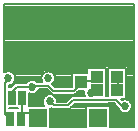
<source format=gbl>
G04 DipTrace Beta 2.3.5.2*
%INAmpWings.GBL*%
%MOIN*%
%ADD13C,0.006*%
%ADD14C,0.007*%
%ADD16R,0.063X0.063*%
%ADD17R,0.0433X0.0394*%
%ADD18R,0.025X0.05*%
%ADD22C,0.027*%
%FSLAX44Y44*%
G04*
G70*
G90*
G75*
G01*
%LNBottom*%
%LPD*%
X3160Y450D2*
D13*
X3170Y460D1*
X3240D1*
X4140Y850D2*
X4050D1*
X3830Y1070D1*
X2410D1*
X2220Y880D1*
X1770D1*
X1630Y1020D1*
X3870Y1380D2*
X3910D1*
Y1800D1*
X3870Y1840D1*
X714Y1140D2*
X700D1*
Y610D1*
X714D1*
Y386D1*
X670Y430D1*
X714Y610D2*
X1090D1*
X1240Y460D1*
X316Y430D2*
X300D1*
X140Y590D1*
Y1640D1*
X290Y1790D1*
X250D1*
X3201Y1380D2*
X3080D1*
X3000Y1300D1*
X1040Y1500D2*
X520D1*
X290Y1270D1*
Y1210D1*
X360Y1140D1*
X2680Y1670D2*
Y1700D1*
X3061D1*
X3201Y1840D1*
X2680Y1670D2*
Y1630D1*
X2420Y1370D1*
X1750D1*
X1580Y1540D1*
X1080D1*
X1040Y1500D1*
D22*
X3160Y450D3*
X250Y1790D3*
X2270Y280D3*
X1580Y1780D3*
X1040Y1500D3*
X4140Y850D3*
X1630Y1020D3*
X3770Y700D3*
X3000Y1300D3*
X1950Y1120D3*
X1050Y980D3*
X122Y4176D2*
D14*
X4438D1*
X122Y4108D2*
X4438D1*
X122Y4039D2*
X4438D1*
X122Y3970D2*
X4438D1*
X122Y3902D2*
X4438D1*
X122Y3833D2*
X4438D1*
X122Y3764D2*
X4438D1*
X122Y3695D2*
X4438D1*
X122Y3627D2*
X4438D1*
X122Y3558D2*
X4438D1*
X122Y3489D2*
X4438D1*
X122Y3421D2*
X4438D1*
X122Y3352D2*
X4438D1*
X122Y3283D2*
X4438D1*
X122Y3215D2*
X4438D1*
X122Y3146D2*
X4438D1*
X122Y3077D2*
X4438D1*
X122Y3009D2*
X4438D1*
X122Y2940D2*
X4438D1*
X122Y2871D2*
X4438D1*
X122Y2803D2*
X4438D1*
X122Y2734D2*
X4438D1*
X122Y2665D2*
X4438D1*
X122Y2596D2*
X4438D1*
X122Y2528D2*
X4438D1*
X122Y2459D2*
X4438D1*
X122Y2390D2*
X4438D1*
X122Y2322D2*
X4438D1*
X122Y2253D2*
X4438D1*
X122Y2184D2*
X4438D1*
X122Y2116D2*
X2879D1*
X3522D2*
X3550D1*
X4191D2*
X4438D1*
X122Y2047D2*
X2879D1*
X3522D2*
X3550D1*
X4191D2*
X4438D1*
X394Y1978D2*
X1452D1*
X1708D2*
X2879D1*
X3522D2*
X3550D1*
X4191D2*
X4438D1*
X456Y1910D2*
X1379D1*
X1781D2*
X2358D1*
X3522D2*
X3550D1*
X4191D2*
X4438D1*
X483Y1841D2*
X1349D1*
X1811D2*
X2358D1*
X3522D2*
X3550D1*
X4191D2*
X4438D1*
X489Y1772D2*
X1340D1*
X1820D2*
X2358D1*
X3522D2*
X3550D1*
X4191D2*
X4438D1*
X473Y1704D2*
X920D1*
X1159D2*
X1353D1*
X1807D2*
X2358D1*
X3522D2*
X3550D1*
X4191D2*
X4438D1*
X430Y1635D2*
X844D1*
X1769D2*
X2358D1*
X3522D2*
X3550D1*
X4191D2*
X4438D1*
X321Y1566D2*
X398D1*
X1741D2*
X2358D1*
X3522D2*
X3550D1*
X4191D2*
X4438D1*
X275Y1497D2*
X329D1*
X3522D2*
X3550D1*
X4191D2*
X4438D1*
X3522Y1429D2*
X3550D1*
X4191D2*
X4438D1*
X1233Y1360D2*
X1572D1*
X2598D2*
X2769D1*
X3522D2*
X3550D1*
X4191D2*
X4438D1*
X1150Y1291D2*
X1641D1*
X2529D2*
X2761D1*
X3522D2*
X3550D1*
X4191D2*
X4438D1*
X944Y1223D2*
X1509D1*
X1751D2*
X2774D1*
X3522D2*
X3550D1*
X4191D2*
X4438D1*
X944Y1154D2*
X1433D1*
X1828D2*
X2307D1*
X4191D2*
X4438D1*
X944Y1085D2*
X1399D1*
X1861D2*
X2238D1*
X4002D2*
X4438D1*
X944Y1017D2*
X1390D1*
X1869D2*
X2169D1*
X4309D2*
X4438D1*
X944Y948D2*
X1401D1*
X4358D2*
X4438D1*
X944Y879D2*
X1437D1*
X2407D2*
X3833D1*
X4378D2*
X4438D1*
X2338Y811D2*
X2820D1*
X3660D2*
X3902D1*
X4376D2*
X4438D1*
X1659Y742D2*
X2820D1*
X3660D2*
X3927D1*
X4353D2*
X4438D1*
X1659Y673D2*
X2820D1*
X3660D2*
X3982D1*
X4298D2*
X4438D1*
X1659Y605D2*
X2820D1*
X3660D2*
X4438D1*
X1659Y536D2*
X2820D1*
X3660D2*
X4438D1*
X1659Y467D2*
X2820D1*
X3660D2*
X4438D1*
X1659Y398D2*
X2820D1*
X3660D2*
X4438D1*
X1659Y330D2*
X2820D1*
X3660D2*
X4438D1*
X1659Y261D2*
X2820D1*
X3660D2*
X4438D1*
X1659Y192D2*
X2820D1*
X3660D2*
X4438D1*
X938Y873D2*
X1450D1*
X1419Y922D1*
X1407Y955D1*
X1399Y989D1*
X1397Y1024D1*
X1400Y1058D1*
X1409Y1092D1*
X1422Y1125D1*
X1440Y1155D1*
X1462Y1182D1*
X1489Y1205D1*
X1518Y1224D1*
X1550Y1238D1*
X1583Y1248D1*
X1618Y1252D1*
X1653D1*
X1687Y1246D1*
X1721Y1234D1*
X1752Y1219D1*
X1780Y1198D1*
X1805Y1174D1*
X1826Y1146D1*
X1843Y1115D1*
X1854Y1082D1*
X1861Y1048D1*
X1862Y1008D1*
X2167D1*
X2320Y1160D1*
X2347Y1181D1*
X2380Y1194D1*
X2410Y1198D1*
X2792D1*
X2777Y1235D1*
X2769Y1269D1*
X2767Y1304D1*
X2770Y1338D1*
X2780Y1375D1*
X2606D1*
X2510Y1280D1*
X2483Y1259D1*
X2450Y1246D1*
X2420Y1242D1*
X1750D1*
X1715Y1247D1*
X1683Y1261D1*
X1660Y1280D1*
X1527Y1412D1*
X1255D1*
X1232Y1368D1*
X1210Y1341D1*
X1184Y1317D1*
X1155Y1298D1*
X1124Y1283D1*
X1090Y1273D1*
X1056Y1268D1*
X1021D1*
X986Y1274D1*
X953Y1284D1*
X936Y1292D1*
X937Y1103D1*
Y872D1*
X1653Y789D2*
Y165D1*
X2826D1*
X2827Y467D1*
Y873D1*
X3653D1*
Y165D1*
X4445D1*
Y4245D1*
X115D1*
Y1980D1*
X138Y1994D1*
X170Y2008D1*
X203Y2018D1*
X238Y2022D1*
X273D1*
X307Y2016D1*
X341Y2004D1*
X372Y1989D1*
X400Y1968D1*
X425Y1944D1*
X446Y1916D1*
X463Y1885D1*
X474Y1852D1*
X481Y1818D1*
X483Y1790D1*
X480Y1755D1*
X472Y1721D1*
X460Y1689D1*
X442Y1658D1*
X420Y1631D1*
X394Y1607D1*
X365Y1588D1*
X334Y1573D1*
X300Y1563D1*
X267Y1558D1*
X268Y1488D1*
X326D1*
X430Y1590D1*
X457Y1611D1*
X490Y1624D1*
X520Y1628D1*
X845D1*
X872Y1662D1*
X899Y1685D1*
X928Y1704D1*
X960Y1718D1*
X993Y1728D1*
X1028Y1732D1*
X1063D1*
X1097Y1726D1*
X1131Y1714D1*
X1162Y1699D1*
X1200Y1668D1*
X1376D1*
X1357Y1715D1*
X1349Y1749D1*
X1347Y1784D1*
X1350Y1818D1*
X1359Y1852D1*
X1372Y1885D1*
X1390Y1915D1*
X1412Y1942D1*
X1439Y1965D1*
X1468Y1984D1*
X1500Y1998D1*
X1533Y2008D1*
X1568Y2012D1*
X1603D1*
X1637Y2006D1*
X1671Y1994D1*
X1702Y1979D1*
X1730Y1958D1*
X1755Y1934D1*
X1776Y1906D1*
X1793Y1875D1*
X1804Y1842D1*
X1811Y1808D1*
X1813Y1780D1*
X1810Y1745D1*
X1802Y1711D1*
X1790Y1679D1*
X1772Y1648D1*
X1750Y1621D1*
X1713Y1589D1*
X1803Y1498D1*
X2366D1*
Y1965D1*
X2886D1*
Y2135D1*
X3515D1*
X3514Y1545D1*
X3515Y1430D1*
Y1197D1*
X3555Y1198D1*
X3556Y1675D1*
Y2135D1*
X4184D1*
X4183Y1545D1*
X4184Y1430D1*
Y1085D1*
X3995D1*
X4028Y1054D1*
X4060Y1068D1*
X4093Y1078D1*
X4128Y1082D1*
X4163D1*
X4197Y1076D1*
X4231Y1064D1*
X4262Y1049D1*
X4290Y1028D1*
X4315Y1004D1*
X4336Y976D1*
X4353Y945D1*
X4364Y912D1*
X4371Y878D1*
X4373Y850D1*
X4370Y815D1*
X4362Y781D1*
X4350Y749D1*
X4332Y718D1*
X4310Y691D1*
X4284Y667D1*
X4255Y648D1*
X4224Y633D1*
X4190Y623D1*
X4156Y618D1*
X4121D1*
X4086Y624D1*
X4053Y634D1*
X4022Y650D1*
X3993Y670D1*
X3967Y694D1*
X3946Y721D1*
X3929Y752D1*
X3917Y785D1*
X3910Y809D1*
X3776Y943D1*
X3410Y942D1*
X2462D1*
X2310Y790D1*
X2283Y769D1*
X2250Y756D1*
X2220Y752D1*
X1770D1*
X1735Y757D1*
X1703Y772D1*
X1677Y792D1*
X3514Y1675D2*
X3515Y1605D1*
Y1535D1*
X3556Y1545D1*
Y1685D1*
X482Y778D2*
X573D1*
X572Y793D1*
X492D1*
X373Y792D1*
X267D1*
X268Y778D1*
X538Y777D1*
X548Y792D1*
X478D1*
D16*
X1240Y460D3*
X2240D3*
X3240D3*
D17*
X2680Y1670D3*
X2011D3*
X3870Y1380D3*
X3201D3*
X3870Y1840D3*
X3201D3*
D18*
X670Y430D3*
X316D3*
X360Y1140D3*
X714D3*
M02*

</source>
